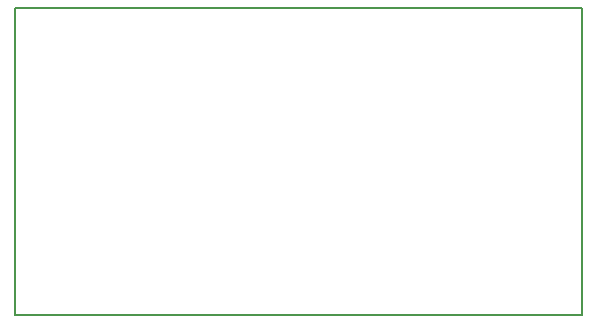
<source format=gbr>
%TF.GenerationSoftware,KiCad,Pcbnew,4.0.7*%
%TF.CreationDate,2017-10-08T11:45:17+09:00*%
%TF.ProjectId,TestBoard1,54657374426F617264312E6B69636164,rev?*%
%TF.FileFunction,Profile,NP*%
%FSLAX46Y46*%
G04 Gerber Fmt 4.6, Leading zero omitted, Abs format (unit mm)*
G04 Created by KiCad (PCBNEW 4.0.7) date 10/08/17 11:45:17*
%MOMM*%
%LPD*%
G01*
G04 APERTURE LIST*
%ADD10C,0.100000*%
%ADD11C,0.150000*%
G04 APERTURE END LIST*
D10*
D11*
X48000000Y0D02*
X0Y0D01*
X48000000Y-26000000D02*
X48000000Y0D01*
X0Y-26000000D02*
X48000000Y-26000000D01*
X0Y0D02*
X0Y-26000000D01*
M02*

</source>
